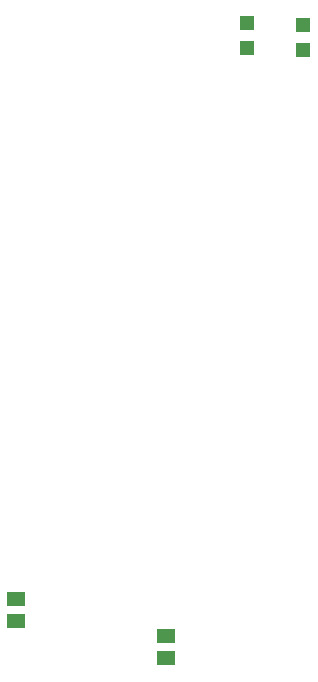
<source format=gbr>
G04 EAGLE Gerber RS-274X export*
G75*
%MOMM*%
%FSLAX36Y36*%
%LPD*%
%INSolderpaste Top*%
%IPPOS*%
%AMOC8*
5,1,8,0,0,1.08239X$1,22.5*%
G01*
%ADD10R,1.500000X1.300000*%
%ADD11R,1.200000X1.200000*%


D10*
X31340000Y20430000D03*
X31340000Y22330000D03*
X18640000Y23550000D03*
X18640000Y25450000D03*
D11*
X38160000Y74220000D03*
X38160000Y72120000D03*
X42930000Y74040000D03*
X42930000Y71940000D03*
M02*

</source>
